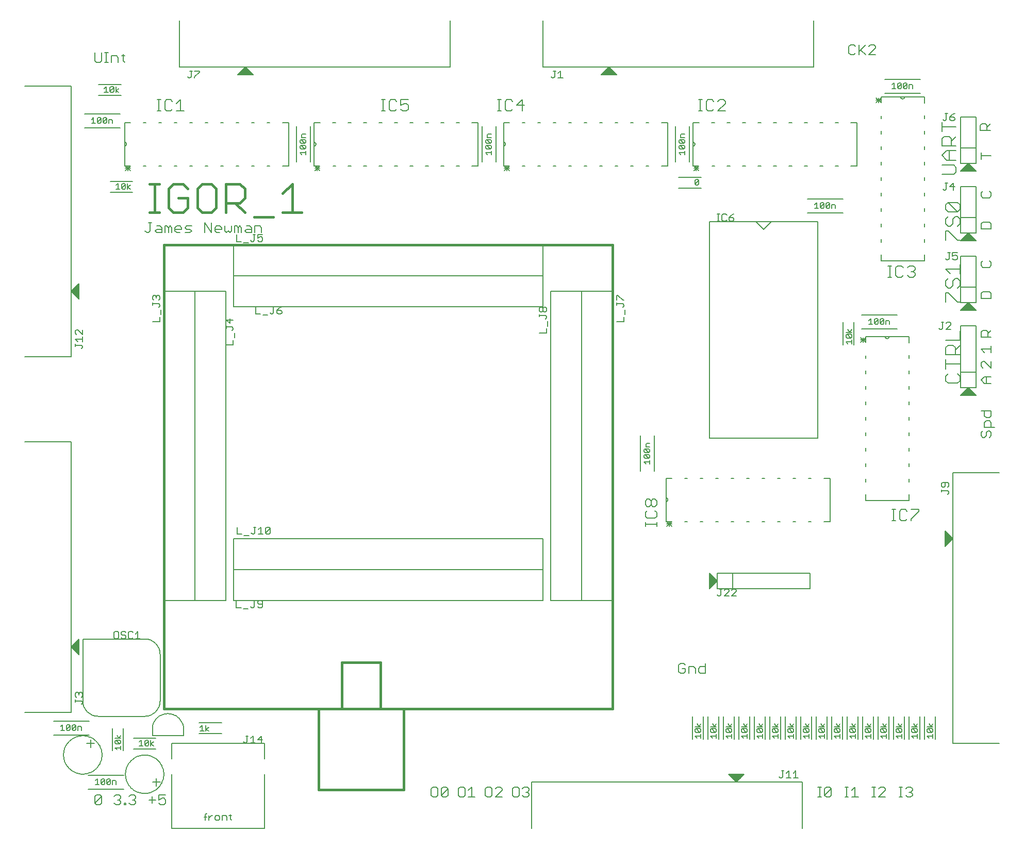
<source format=gto>
G04 Output by ViewMate Deluxe V11.0.9  PentaLogix LLC*
G04 Sun Jun 14 09:31:16 2015*
%FSLAX33Y33*%
%MOMM*%
%IPPOS*%
%ADD127C,0.4064*%
%ADD128C,0.1524*%
%ADD129C,0.2032*%
%ADD130C,0.127*%
%ADD131C,0.13*%
%ADD132C,0.13*%

%LPD*%
X0Y0D2*D127*G1X49019Y107836D2*X52139Y107836D1*X50579Y107836D2*X50579Y112514D1*X49019Y110955*X27191Y112514D2*X28750Y112514D1*X27970Y107836D2*X27970Y112514D1*X28750Y107836D2*X27191Y107836D1*X33426Y108615D2*X32649Y107836D1*X31090Y107836*X30310Y108615*X30310Y111735*X31090Y112514*X32649Y112514*X33426Y111735*X31869Y110175D2*X33426Y110175D1*X33426Y108615*X38105Y108615D2*X38105Y111735D1*X37325Y112514*X35766Y112514*X34986Y111735*X34986Y108615*X35766Y107836*X37325Y107836*X38105Y108615*X39665Y109395D2*X42004Y109395D1*X39665Y107836D2*X39665Y112514D1*X42004Y112514*X42784Y111735*X42784Y110175*X42004Y109395*X42784Y107836D2*X41224Y109395D1*X47460Y107056D2*X44341Y107056D1*X58738Y26352D2*X65088Y26352D1*X68898Y26352D2*X65088Y26352D1*X65088Y33972*X58738Y33972*X58738Y26352*X54928Y26352*X29528Y26352D2*X29528Y102552D1*X103188Y102552*X103188Y26352*X68898Y26352*X68898Y13018*X54928Y13018*X54928Y26352*X29528Y26352*D128*X34061Y105618D2*X33249Y105618D1*X45522Y104534D2*X45522Y105346D1*X164671Y121854D2*X165214Y122395D1*X23050Y119367D2*X23104Y119362D1*X23155Y119350*X23203Y119327*X23246Y119296*X23284Y119258*X23315Y119215*X23338Y119167*X23350Y119116*X23355Y119062*X23350Y119009*X23338Y118958*X23315Y118910*X23284Y118867*X23246Y118829*X23203Y118798*X23155Y118775*X23104Y118763*X23050Y118758*X20701Y112966D2*X24384Y112966D1*X24384Y111188D2*X20701Y111188D1*X26429Y104805D2*X26700Y104534D1*X26972Y104534*X27242Y104805*X26972Y106162D2*X27513Y106162D1*X27242Y104805D2*X27242Y106162D1*X28336Y105077D2*X28067Y104805D1*X28336Y104534*X29152Y104534*X28336Y105077D2*X29152Y105077D1*X28336Y105618D2*X28880Y105618D1*X29152Y105346*X29152Y104534*X29703Y104534D2*X29703Y105618D1*X29975Y105618*X30246Y105346*X30787Y105346D2*X30516Y105618D1*X30246Y105346*X30246Y104534*X30787Y105346D2*X30787Y104534D1*X32426Y105077D2*X31341Y105077D1*X32154Y104534D2*X31610Y104534D1*X31341Y104805*X31341Y105346*X31610Y105618*X32154Y105618*X32426Y105346*X32426Y105077*X32977Y104534D2*X33790Y104534D1*X34061Y104805*X33790Y105077*X33249Y105077*X32977Y105346*X33249Y105618*X37335Y104534D2*X36251Y106162D1*X36251Y104534*X37335Y104534D2*X37335Y106162D1*X37889Y105346D2*X38161Y105618D1*X38702Y105618*X38974Y105346*X38702Y104534D2*X38161Y104534D1*X37889Y104805*X37889Y105346*X37889Y105077D2*X38974Y105077D1*X38974Y105346*X39525Y105618D2*X39525Y104805D1*X39797Y104534*X40068Y104805*X40340Y104534*X40610Y104805*X40610Y105618*X41163Y104534D2*X41163Y105618D1*X41435Y105618*X41704Y105346*X42248Y105346D2*X41976Y105618D1*X41704Y105346*X41704Y104534*X42248Y105346D2*X42248Y104534D1*X43071Y105618D2*X43614Y105618D1*X43886Y105346*X43886Y104534*X43886Y105077D2*X43071Y105077D1*X42799Y104805*X43071Y104534*X43886Y104534*X44437Y104534D2*X44437Y105618D1*X45250Y105618*X45522Y105346*X77559Y122618D2*X78016Y122618D1*X75019Y122618D2*X75476Y122618D1*X72479Y122618D2*X72936Y122618D1*X69939Y122618D2*X70396Y122618D1*X67399Y122618D2*X67856Y122618D1*X64859Y122618D2*X65316Y122618D1*X62319Y122618D2*X62776Y122618D1*X59779Y122618D2*X60236Y122618D1*X57239Y122618D2*X57696Y122618D1*X54166Y118758D2*X54219Y118763D1*X54270Y118775*X54318Y118798*X54361Y118829*X54399Y118867*X54430Y118910*X54453Y118958*X54465Y119009*X54470Y119062*X54465Y119116*X54453Y119167*X54430Y119215*X54399Y119258*X54361Y119296*X54318Y119327*X54270Y119350*X54219Y119362*X54166Y119367*X46444Y122618D2*X46901Y122618D1*X43904Y122618D2*X44361Y122618D1*X41364Y122618D2*X41821Y122618D1*X38824Y122618D2*X39281Y122618D1*X36284Y122618D2*X36741Y122618D1*X33744Y122618D2*X34201Y122618D1*X31204Y122618D2*X31661Y122618D1*X28664Y122618D2*X29121Y122618D1*X26124Y122618D2*X26581Y122618D1*X23081Y132474D2*X22812Y132745D1*X22812Y133830*X22540Y133558D2*X23081Y133558D1*X18174Y134102D2*X18174Y132745D1*X18445Y132474*X18986Y132474*X19258Y132745*X19258Y134102*X19812Y134102D2*X20353Y134102D1*X20081Y132474D2*X20081Y134102D1*X20353Y132474D2*X19812Y132474D1*X20902Y132474D2*X20902Y133558D1*X21717Y133558*X21986Y133286*X21986Y132474*X18796Y128842D2*X22479Y128842D1*X22479Y127064D2*X18796Y127064D1*X16446Y124016D2*X22288Y124016D1*X22288Y121730D2*X16446Y121730D1*X24041Y122618D2*X23050Y122618D1*X23050Y119367*X23050Y118758*X23050Y115506*X23990Y115506*X26581Y115506D2*X26175Y115506D1*X29121Y115506D2*X28664Y115506D1*X31661Y115506D2*X31204Y115506D1*X34201Y115506D2*X33744Y115506D1*X36741Y115506D2*X36284Y115506D1*X39281Y115506D2*X38824Y115506D1*X41821Y115506D2*X41364Y115506D1*X44361Y115506D2*X43904Y115506D1*X46901Y115506D2*X46444Y115506D1*X48984Y115506D2*X49974Y115506D1*X49974Y122618*X48984Y122618*X51244Y116142D2*X51244Y121984D1*X53530Y121984D2*X53530Y116142D1*X55156Y122618D2*X54166Y122618D1*X54166Y119367*X54166Y118758*X54166Y115506*X55105Y115506*X57696Y115506D2*X57290Y115506D1*X60236Y115506D2*X59779Y115506D1*X62776Y115506D2*X62319Y115506D1*X65316Y115506D2*X64859Y115506D1*X67856Y115506D2*X67399Y115506D1*X70396Y115506D2*X69939Y115506D1*X72936Y115506D2*X72479Y115506D1*X75476Y115506D2*X75019Y115506D1*X78016Y115506D2*X77559Y115506D1*X80099Y115506D2*X81090Y115506D1*X81090Y122618*X80099Y122618*X81724Y116142D2*X81724Y121984D1*X84010Y121984D2*X84010Y116142D1*X85280Y119367D2*X85334Y119362D1*X85385Y119350*X85433Y119327*X85476Y119296*X85514Y119258*X85545Y119215*X85568Y119167*X85580Y119116*X85585Y119062*X85580Y119009*X85568Y118958*X85545Y118910*X85514Y118867*X85476Y118829*X85433Y118798*X85385Y118775*X85334Y118763*X85280Y118758*X141034Y107760D2*X135192Y107760D1*X135192Y110046D2*X141034Y110046D1*X114046Y111824D2*X117729Y111824D1*X117729Y113602D2*X114046Y113602D1*X144722Y133744D2*X143906Y134556D1*X146357Y133744D2*X145273Y133744D1*X146357Y134828*X146357Y135100*X146086Y135372*X145545Y135372*X145273Y135100*X143637Y134287D2*X144722Y135372D1*X143083Y134015D2*X142812Y133744D1*X142270Y133744*X141999Y134015*X141999Y135100*X142270Y135372*X142812Y135372*X143083Y135100*X143637Y133744D2*X143637Y135372D1*X142329Y122618D2*X143320Y122618D1*X139789Y122618D2*X140246Y122618D1*X137249Y122618D2*X137706Y122618D1*X134709Y122618D2*X135166Y122618D1*X132169Y122618D2*X132626Y122618D1*X129629Y122618D2*X130086Y122618D1*X127089Y122618D2*X127546Y122618D1*X124549Y122618D2*X125006Y122618D1*X122009Y122618D2*X122466Y122618D1*X119469Y122618D2*X119926Y122618D1*X116396Y118758D2*X116449Y118763D1*X116500Y118775*X116548Y118798*X116591Y118829*X116629Y118867*X116660Y118910*X116683Y118958*X116695Y119009*X116700Y119062*X116695Y119116*X116683Y119167*X116660Y119215*X116629Y119258*X116591Y119296*X116548Y119327*X116500Y119350*X116449Y119362*X116396Y119367*X108674Y122618D2*X109131Y122618D1*X106134Y122618D2*X106591Y122618D1*X103594Y122618D2*X104051Y122618D1*X101054Y122618D2*X101511Y122618D1*X98514Y122618D2*X98971Y122618D1*X95974Y122618D2*X96431Y122618D1*X93434Y122618D2*X93891Y122618D1*X90894Y122618D2*X91351Y122618D1*X88354Y122618D2*X88811Y122618D1*X86271Y122618D2*X85280Y122618D1*X85280Y119367*X85280Y118758*X85280Y115506*X86220Y115506*X88811Y115506D2*X88405Y115506D1*X91351Y115506D2*X90894Y115506D1*X93891Y115506D2*X93434Y115506D1*X96431Y115506D2*X95974Y115506D1*X98971Y115506D2*X98514Y115506D1*X101511Y115506D2*X101054Y115506D1*X104051Y115506D2*X103594Y115506D1*X106591Y115506D2*X106134Y115506D1*X109131Y115506D2*X108674Y115506D1*X111214Y115506D2*X112204Y115506D1*X112204Y122618*X111214Y122618*X113474Y116142D2*X113474Y121984D1*X115760Y121984D2*X115760Y116142D1*X117386Y122618D2*X116396Y122618D1*X116396Y119367*X116396Y118758*X116396Y115506*X117335Y115506*X119926Y115506D2*X119520Y115506D1*X122466Y115506D2*X122009Y115506D1*X125006Y115506D2*X124549Y115506D1*X127546Y115506D2*X127089Y115506D1*X130086Y115506D2*X129629Y115506D1*X132626Y115506D2*X132169Y115506D1*X135166Y115506D2*X134709Y115506D1*X137706Y115506D2*X137249Y115506D1*X140246Y115506D2*X139789Y115506D1*X142329Y115506D2*X143320Y115506D1*X143320Y122618*X154368Y120739D2*X154368Y121196D1*X154368Y118199D2*X154368Y118656D1*X154368Y115659D2*X154368Y116116D1*X154368Y113119D2*X154368Y113576D1*X154368Y110579D2*X154368Y111036D1*X154368Y108039D2*X154368Y108496D1*X154368Y105499D2*X154368Y105956D1*X154368Y102959D2*X154368Y103416D1*X154368Y100876D2*X154368Y99886D1*X147256Y99886*X147256Y100876*X147256Y103416D2*X147256Y102959D1*X147256Y105956D2*X147256Y105499D1*X147256Y108496D2*X147256Y108039D1*X147256Y111036D2*X147256Y110579D1*X147256Y113576D2*X147256Y113119D1*X147256Y116116D2*X147256Y115659D1*X147256Y118656D2*X147256Y118199D1*X147256Y121196D2*X147256Y120739D1*X147256Y123685D2*X147256Y123279D1*X151117Y126810D2*X151112Y126756D1*X151100Y126705*X151077Y126657*X151046Y126614*X151008Y126576*X150965Y126545*X150917Y126522*X150866Y126510*X150812Y126505*X150759Y126510*X150708Y126522*X150660Y126545*X150617Y126576*X150579Y126614*X150548Y126657*X150525Y126705*X150513Y126756*X150508Y126810*X153734Y129730D2*X147892Y129730D1*X147892Y127444D2*X153734Y127444D1*X147256Y125870D2*X147256Y126810D1*X150508Y126810*X151117Y126810*X154368Y126810*X154368Y125819*X154368Y123279D2*X154368Y123736D1*X164671Y121310D2*X164671Y122126D1*X164402Y122395*X163858Y122395*X163586Y122126*X163586Y121310*X165214Y121310*X163713Y117142D2*X165341Y117142D1*X163713Y116599D2*X163713Y117683D1*X165070Y110249D2*X165341Y110520D1*X165341Y111062*X165070Y111333*X163985Y111333D2*X163713Y111062D1*X163713Y110520*X163985Y110249*X165070Y110249*X165341Y105169D2*X165341Y105982D1*X165070Y106253*X163985Y106253*X163713Y105982*X163713Y105169*X165341Y105169*X165070Y98819D2*X165341Y99090D1*X165341Y99632*X165070Y99903*X163985Y99903D2*X163713Y99632D1*X163713Y99090*X163985Y98819*X165070Y98819*X165341Y93739D2*X165341Y94552D1*X165070Y94823*X163985Y94823*X163713Y94552*X163713Y93739*X165341Y93739*X165070Y70879D2*X165341Y71150D1*X165341Y71692*X165070Y71963*X164798Y71963*X163985Y71963D2*X163713Y71692D1*X163713Y71150*X163985Y70879*X164257Y70879*X164528Y71150*X164528Y71692*X164798Y71963*X164528Y73602D2*X164257Y73330D1*X164257Y72517*X165885Y72517*X165341Y72517D2*X165341Y73330D1*X165070Y73602*X164528Y73602*X163713Y75237D2*X165341Y75237D1*X165341Y74425*X165070Y74153*X164528Y74153*X164257Y74425*X164257Y75237*X164528Y79769D2*X164528Y80853D1*X165341Y79769D2*X164257Y79769D1*X163713Y80312*X164257Y80853*X165341Y80853*X165341Y83393D2*X165341Y82309D1*X164257Y83393*X163985Y83393*X163985Y82309D2*X163713Y82580D1*X163713Y83122*X163985Y83393*X165341Y87389D2*X163713Y87389D1*X164798Y87932D2*X165341Y88473D1*X164798Y87389D2*X164798Y88202D1*X164528Y88473*X163985Y88473*X163713Y88202*X163713Y87389*X164257Y84849D2*X163713Y85392D1*X165341Y85933D2*X165341Y84849D1*X163713Y85392D2*X165341Y85392D1*X151828Y83909D2*X151828Y84366D1*X151828Y81369D2*X151828Y81826D1*X151828Y78829D2*X151828Y79286D1*X151828Y76289D2*X151828Y76746D1*X151828Y73749D2*X151828Y74206D1*X151828Y71209D2*X151828Y71666D1*X151828Y68669D2*X151828Y69126D1*X151828Y66129D2*X151828Y66586D1*X151828Y63589D2*X151828Y64046D1*X151828Y61506D2*X151828Y60516D1*X144716Y60516*X144716Y61506*X144716Y64046D2*X144716Y63589D1*X144716Y66586D2*X144716Y66129D1*X144716Y69126D2*X144716Y68669D1*X144716Y71666D2*X144716Y71209D1*X144716Y74206D2*X144716Y73749D1*X144716Y76746D2*X144716Y76289D1*X144716Y79286D2*X144716Y78829D1*X144716Y81826D2*X144716Y81369D1*X144716Y84315D2*X144716Y83909D1*X147968Y87440D2*X147973Y87386D1*X147985Y87335*X148008Y87287*X148039Y87244*X148077Y87206*X148120Y87175*X148168Y87152*X148219Y87140*X148272Y87135*X148326Y87140*X148377Y87152*X148425Y87175*X148468Y87206*X148506Y87244*X148537Y87287*X148560Y87335*X148572Y87386*X148577Y87440*X144082Y90996D2*X149924Y90996D1*X149924Y88710D2*X144082Y88710D1*X151828Y86449D2*X151828Y87440D1*X148577Y87440*X147968Y87440*X144716Y87440*X144716Y86500*X142812Y89789D2*X142812Y86106D1*X141034Y86106D2*X141034Y89789D1*X107760Y71184D2*X107760Y65342D1*X110046Y65342D2*X110046Y71184D1*X111950Y60947D2*X112004Y60942D1*X112055Y60930*X112103Y60907*X112146Y60876*X112184Y60838*X112215Y60795*X112238Y60747*X112250Y60696*X112255Y60642*X112250Y60589*X112238Y60538*X112215Y60490*X112184Y60447*X112146Y60409*X112103Y60378*X112055Y60355*X112004Y60343*X111950Y60338*X118021Y57086D2*X117564Y57086D1*X120561Y57086D2*X120104Y57086D1*X123101Y57086D2*X122644Y57086D1*X125641Y57086D2*X125184Y57086D1*X128181Y57086D2*X127724Y57086D1*X130721Y57086D2*X130264Y57086D1*X133261Y57086D2*X132804Y57086D1*X135801Y57086D2*X135344Y57086D1*X137884Y57086D2*X138874Y57086D1*X138874Y64198*X137884Y64198*X135344Y64198D2*X135801Y64198D1*X132804Y64198D2*X133261Y64198D1*X130264Y64198D2*X130721Y64198D1*X127724Y64198D2*X128181Y64198D1*X125184Y64198D2*X125641Y64198D1*X122644Y64198D2*X123101Y64198D1*X120104Y64198D2*X120561Y64198D1*X117564Y64198D2*X118021Y64198D1*X115024Y64198D2*X115481Y64198D1*X112941Y64198D2*X111950Y64198D1*X111950Y60947*X111950Y60338*X111950Y57086*X112890Y57086*X115481Y57086D2*X115075Y57086D1*X116268Y21336D2*X116268Y25019D1*X136919Y13452D2*X137462Y13452D1*X137190Y11824D2*X137190Y13452D1*X137462Y11824D2*X136919Y11824D1*X138011Y12095D2*X138011Y13180D1*X138280Y13452*X138824Y13452*X139095Y13180*X139095Y12095D2*X138824Y11824D1*X138280Y11824*X138011Y12095*X139095Y13180*X139095Y12095*X141364Y11824D2*X141907Y11824D1*X141635Y13452D2*X141635Y11824D1*X141907Y13452D2*X141364Y13452D1*X142456Y12908D2*X142997Y13452D1*X142997Y11824*X143540Y11824D2*X142456Y11824D1*X147985Y11824D2*X146901Y11824D1*X147985Y12908*X145809Y11824D2*X146352Y11824D1*X146080Y13452D2*X146080Y11824D1*X146352Y13452D2*X145809Y13452D1*X146901Y13180D2*X147170Y13452D1*X147714Y13452*X147985Y13180*X147985Y12908*X152159Y12636D2*X151887Y12636D1*X152159Y13452D2*X151615Y13452D1*X151346Y13180*X150254Y13452D2*X150797Y13452D1*X150525Y11824D2*X150525Y13452D1*X150797Y11824D2*X150254Y11824D1*X151346Y12095D2*X151615Y11824D1*X152159Y11824*X152430Y12095*X152430Y12367*X152159Y12636*X152430Y12908*X152430Y13180*X152159Y13452*X156146Y25019D2*X156146Y21336D1*X154368Y21336D2*X154368Y25019D1*X153606Y25019D2*X153606Y21336D1*X151828Y21336D2*X151828Y25019D1*X151066Y25019D2*X151066Y21336D1*X149288Y21336D2*X149288Y25019D1*X148526Y25019D2*X148526Y21336D1*X146748Y21336D2*X146748Y25019D1*X145986Y25019D2*X145986Y21336D1*X144208Y21336D2*X144208Y25019D1*X143446Y25019D2*X143446Y21336D1*X141668Y21336D2*X141668Y25019D1*X140906Y25019D2*X140906Y21336D1*X139128Y21336D2*X139128Y25019D1*X138366Y25019D2*X138366Y21336D1*X136588Y21336D2*X136588Y25019D1*X135826Y25019D2*X135826Y21336D1*X134048Y21336D2*X134048Y25019D1*X133286Y25019D2*X133286Y21336D1*X131508Y21336D2*X131508Y25019D1*X130746Y25019D2*X130746Y21336D1*X128968Y21336D2*X128968Y25019D1*X128206Y25019D2*X128206Y21336D1*X126428Y21336D2*X126428Y25019D1*X125666Y25019D2*X125666Y21336D1*X123888Y21336D2*X123888Y25019D1*X123126Y25019D2*X123126Y21336D1*X121348Y21336D2*X121348Y25019D1*X120586Y25019D2*X120586Y21336D1*X118808Y21336D2*X118808Y25019D1*X118046Y25019D2*X118046Y21336D1*X117333Y32415D2*X117605Y32144D1*X118417Y32144*X118417Y33772*X118417Y33228D2*X117605Y33228D1*X117333Y32956*X117333Y32415*X116782Y32144D2*X116782Y32956D1*X116510Y33228*X115697Y33228*X115697Y32144*X114059Y32415D2*X114059Y33500D1*X114330Y33772*X114872Y33772*X115143Y33500*X114602Y32956D2*X115143Y32956D1*X115143Y32415*X114872Y32144*X114330Y32144*X114059Y32415*X88392Y13180D2*X88661Y13452D1*X89205Y13452*X89477Y13180*X89477Y12908*X89205Y12636*X88933Y12636D2*X89205Y12636D1*X89477Y12367*X89477Y12095*X89205Y11824*X88661Y11824*X88392Y12095*X86754Y12095D2*X87025Y11824D1*X87566Y11824*X87838Y12095*X87838Y13180*X87566Y13452*X87025Y13452*X86754Y13180*X86754Y12095*X83947Y11824D2*X85032Y11824D1*X83947Y13180D2*X84216Y13452D1*X84760Y13452*X85032Y13180*X85032Y12908*X83947Y11824*X82309Y12095D2*X82580Y11824D1*X83122Y11824*X83393Y12095*X83393Y13180*X83122Y13452*X82580Y13452*X82309Y13180*X82309Y12095*X79502Y11824D2*X80587Y11824D1*X80043Y11824D2*X80043Y13452D1*X79502Y12908*X77864Y13180D2*X78135Y13452D1*X78676Y13452*X78948Y13180*X78948Y12095*X78676Y11824*X78135Y11824*X77864Y12095*X77864Y13180*X76142Y13180D2*X75870Y13452D1*X75326Y13452*X75057Y13180*X75057Y12095D2*X75326Y11824D1*X75870Y11824*X76142Y12095*X76142Y13180*X75057Y12095*X75057Y13180*X73419Y13180D2*X73690Y13452D1*X74232Y13452*X74503Y13180*X74503Y12095*X74232Y11824*X73690Y11824*X73419Y12095*X73419Y13180*X38989Y22288D2*X35306Y22288D1*X35306Y24066D2*X38989Y24066D1*X11366Y24320D2*X17208Y24320D1*X17208Y22034D2*X11366Y22034D1*X28194Y21526D2*X24511Y21526D1*X24511Y19748D2*X28194Y19748D1*X22796Y23114D2*X22796Y19431D1*X21018Y19431D2*X21018Y23114D1*X22924Y15430D2*X17082Y15430D1*X27607Y11910D2*X27607Y10825D1*X29787Y12182D2*X28702Y12182D1*X28702Y11366*X28702Y10825D2*X28971Y10554D1*X29515Y10554*X29787Y10825*X29787Y11366*X29515Y11638*X29243Y11638*X28702Y11366*X27064Y11366D2*X28148Y11366D1*X23805Y11910D2*X24077Y12182D1*X24618Y12182*X24889Y11910*X24889Y11638*X24618Y11366*X24346Y11366D2*X24618Y11366D1*X24889Y11097*X24889Y10825*X24618Y10554*X24077Y10554*X23805Y10825*X22987Y10825D2*X22987Y10554D1*X23256Y10554*X23256Y10825*X22987Y10825*X21349Y11910D2*X21620Y12182D1*X22162Y12182*X22433Y11910*X22433Y11638*X22162Y11366*X21892Y11366D2*X22162Y11366D1*X22433Y11097*X22433Y10825*X22162Y10554*X21620Y10554*X21349Y10825*X18174Y11910D2*X18174Y10825D1*X19258Y11910D2*X19258Y10825D1*X18986Y10554*X18445Y10554*X18174Y10825*X19258Y11910*X18986Y12182*X18445Y12182*X18174Y11910*X22924Y13144D2*X17082Y13144D1*D129*X108885Y57602D2*X108570Y57917D1*X108570Y58544*X108885Y58857*X109512Y60462D2*X109197Y60775D1*X108885Y60775*X108570Y60462*X108570Y59835*X108885Y59520*X109197Y59520*X109512Y59835*X110139Y59520D2*X110452Y59835D1*X110452Y60462*X110139Y60775*X109825Y60775*X109512Y60462*X109512Y59835*X109825Y59520*X110139Y59520*X110139Y58857D2*X110452Y58544D1*X110452Y57917*X110139Y57602*X108885Y57602*X108570Y56324D2*X108570Y56952D1*X110452Y56637D2*X108570Y56637D1*X110452Y56952D2*X110452Y56324D1*X149034Y57188D2*X149662Y57188D1*X149347Y59070D2*X149347Y57188D1*X149662Y59070D2*X149034Y59070D1*X153485Y59070D2*X153485Y58755D1*X152230Y57501*X152230Y57188*X151567Y57501D2*X151254Y57188D1*X150627Y57188*X150312Y57501*X150312Y58755*X150627Y59070*X151254Y59070*X151567Y58755*X153485Y59070D2*X152230Y59070D1*X158288Y81354D2*X157897Y80962D1*X157897Y80183*X158288Y79794*X159847Y79794*X160236Y80183*X160236Y80962*X159847Y81354*X157897Y82913D2*X160236Y82913D1*X157897Y83693D2*X157897Y82133D1*X158288Y86030D2*X157897Y85641D1*X157897Y84473*X160236Y84473*X159456Y85253D2*X160236Y86030D1*X159456Y84473D2*X159456Y85641D1*X159068Y86030*X158288Y86030*X157897Y86810D2*X160236Y86810D1*X160236Y88369*X158432Y117983D2*X158432Y116423D1*X157262Y121100D2*X157262Y122659D1*X159601Y121879D2*X157262Y121879D1*X158821Y119543D2*X159601Y120320D1*X158821Y118763D2*X158821Y119931D1*X158432Y120320*X157653Y120320*X157262Y119931*X157262Y118763*X159601Y118763*X159601Y117983D2*X158041Y117983D1*X157262Y117203*X158041Y116423*X159601Y116423*X159212Y114084D2*X159601Y114473D1*X159601Y115252*X159212Y115644*X157262Y115644*X159212Y114084D2*X157262Y114084D1*X158288Y107935D2*X159847Y107935D1*X158288Y109494D2*X159847Y109494D1*X160236Y109106*X160236Y108326*X159847Y107935*X158288Y109494*X157897Y109106*X157897Y108326*X158288Y107935*X158288Y107155D2*X157897Y106766D1*X157897Y105987*X158288Y105595*X158676Y105595*X159068Y105987*X159068Y106766*X159456Y107155*X159847Y107155*X160236Y106766*X160236Y105987*X159847Y105595*X160236Y103259D2*X159847Y103259D1*X158288Y104816*X157897Y104816*X157897Y103259*X160236Y98555D2*X157897Y98555D1*X160236Y97775D2*X160236Y99334D1*X158288Y94656D2*X157897Y94656D1*X157897Y93099*X160236Y93099D2*X159847Y93099D1*X158288Y94656*X159847Y95435D2*X160236Y95827D1*X160236Y96606*X159847Y96995*X159456Y96995*X159068Y96606*X159068Y95827*X158676Y95435*X158288Y95435*X157897Y95827*X157897Y96606*X158288Y96995*X157897Y98555D2*X158676Y97775D1*X152222Y98133D2*X152537Y98133D1*X149677Y97506D2*X149992Y97193D1*X150619Y97193*X150932Y97506*X151595Y97506D2*X151910Y97193D1*X152537Y97193*X152850Y97506*X152850Y97820*X152537Y98133*X152850Y98448*X152850Y98760*X152537Y99075*X151910Y99075*X151595Y98760*X150932Y98760D2*X150619Y99075D1*X149992Y99075*X149677Y98760*X149677Y97506*X148400Y97193D2*X149027Y97193D1*X148712Y99075D2*X148712Y97193D1*X148400Y99075D2*X149027Y99075D1*X120480Y124498D2*X121735Y124498D1*X118562Y126065D2*X118877Y126380D1*X119504Y126380*X119817Y126065*X120480Y126065D2*X120795Y126380D1*X121422Y126380*X121735Y126065*X121735Y125753*X120480Y124498*X119817Y124811D2*X119504Y124498D1*X118877Y124498*X118562Y124811*X118562Y126065*X117284Y126380D2*X117912Y126380D1*X117597Y124498D2*X117597Y126380D1*X117284Y124498D2*X117912Y124498D1*X85542Y124811D2*X85857Y124498D1*X86484Y124498*X86797Y124811*X88715Y125438D2*X87460Y125438D1*X88402Y124498D2*X88402Y126380D1*X87460Y125438*X86797Y126065D2*X86484Y126380D1*X85857Y126380*X85542Y126065*X85542Y124811*X84264Y124498D2*X84892Y124498D1*X84577Y126380D2*X84577Y124498D1*X84264Y126380D2*X84892Y126380D1*X68410Y126380D2*X69665Y126380D1*X66492Y124811D2*X66807Y124498D1*X67434Y124498*X67747Y124811*X68410Y124811D2*X68725Y124498D1*X69352Y124498*X69665Y124811*X69665Y125438*X69352Y125753*X69037Y125753*X68410Y125438*X68410Y126380*X67747Y126065D2*X67434Y126380D1*X66807Y126380*X66492Y126065*X66492Y124811*X65214Y124498D2*X65842Y124498D1*X65527Y126380D2*X65527Y124498D1*X65214Y126380D2*X65842Y126380D1*X29662Y126065D2*X29977Y126380D1*X30604Y126380*X30917Y126065*X31580Y125753D2*X32207Y126380D1*X32207Y124498*X31580Y124498D2*X32835Y124498D1*X30917Y124811D2*X30604Y124498D1*X29977Y124498*X29662Y124811*X29662Y126065*X28384Y126380D2*X29012Y126380D1*X28697Y124498D2*X28697Y126380D1*X28384Y124498D2*X29012Y124498D1*D130*X15486Y37711D2*X15558Y37711D1*X15558Y37589D2*X15364Y37589D1*X15240Y37465D2*X15558Y37465D1*X15558Y37343D2*X15118Y37343D1*X14994Y37219D2*X15558Y37219D1*X15558Y37097D2*X14872Y37097D1*X14747Y36972D2*X15558Y36972D1*X15558Y36850D2*X14625Y36850D1*X14501Y36726D2*X15558Y36726D1*X15558Y36604D2*X14379Y36604D1*X14321Y36479D2*X15558Y36479D1*X15558Y36358D2*X14442Y36358D1*X14567Y36233D2*X15558Y36233D1*X15558Y36111D2*X14689Y36111D1*X14813Y35987D2*X15558Y35987D1*X15558Y35865D2*X14935Y35865D1*X15060Y35740D2*X15558Y35740D1*X15558Y35618D2*X15182Y35618D1*X15306Y35494D2*X15558Y35494D1*X15558Y35372D2*X15428Y35372D1*X15552Y35248D2*X15558Y35248D1*X15558Y35242D2*X14288Y36512D1*X15558Y37782*X15558Y35242*X32702Y21908D2*X32702Y23432D1*X32667Y23586*X32621Y23736*X32568Y23886*X32504Y24031*X32433Y24171*X32352Y24308*X32263Y24440*X32167Y24564*X32065Y24684*X31953Y24795*X31836Y24902*X31712Y25001*X31582Y25090*X31448Y25174*X31308Y25248*X31163Y25314*X31016Y25370*X30866Y25418*X30711Y25456*X30556Y25484*X30399Y25504*X30241Y25514*X30084Y25514*X29926Y25504*X29769Y25484*X29614Y25456*X29459Y25418*X29309Y25370*X29162Y25314*X29017Y25248*X28877Y25174*X28743Y25090*X28613Y25001*X28489Y24902*X28372Y24795*X28260Y24684*X28158Y24564*X28062Y24440*X27973Y24308*X27892Y24171*X27821Y24031*X27757Y23886*X27704Y23736*X27658Y23586*X27622Y23432*X27622Y21908*X32702Y21908*X30798Y18098D2*X30798Y20638D1*X46038Y20638*X46038Y18098*X46038Y15558D2*X46038Y6668D1*X30798Y6668*X30798Y15558*X28258Y14922D2*X28258Y13652D1*X27622Y14288D2*X28892Y14288D1*X23203Y15558D2*X23208Y15380D1*X23223Y15202*X23249Y15024*X23284Y14851*X23327Y14679*X23383Y14508*X23447Y14341*X23520Y14178*X23602Y14021*X23693Y13868*X23795Y13721*X23901Y13579*X24018Y13444*X24140Y13315*X24272Y13193*X24409Y13078*X24552Y12974*X24702Y12875*X24856Y12786*X25014Y12705*X25179Y12634*X25344Y12573*X25517Y12522*X25690Y12479*X25865Y12446*X26040Y12423*X26218Y12410*X26398Y12408*X26576Y12416*X26754Y12433*X26929Y12461*X27102Y12499*X27275Y12545*X27445Y12603*X27610Y12670*X27770Y12746*X27927Y12830*X28080Y12924*X28224Y13025*X28367Y13134*X28499Y13254*X28626Y13378*X28745Y13510*X28857Y13650*X28961Y13795*X29058Y13945*X29144Y14100*X29223Y14260*X29291Y14425*X29350Y14592*X29400Y14765*X29441Y14938*X29472Y15113*X29492Y15291*X29502Y15469*X29502Y15646*X29492Y15824*X29472Y16002*X29441Y16177*X29400Y16350*X29350Y16523*X29291Y16690*X29223Y16855*X29144Y17015*X29058Y17170*X28961Y17320*X28857Y17465*X28745Y17605*X28626Y17737*X28499Y17861*X28367Y17981*X28224Y18090*X28080Y18191*X27927Y18285*X27770Y18369*X27610Y18445*X27445Y18512*X27275Y18570*X27102Y18616*X26929Y18654*X26754Y18682*X26576Y18699*X26398Y18707*X26218Y18705*X26040Y18692*X25865Y18669*X25690Y18636*X25517Y18593*X25344Y18542*X25179Y18481*X25014Y18410*X24856Y18329*X24702Y18240*X24552Y18141*X24409Y18037*X24272Y17922*X24140Y17800*X24018Y17671*X23901Y17536*X23795Y17394*X23693Y17247*X23602Y17094*X23520Y16937*X23447Y16774*X23383Y16607*X23327Y16436*X23284Y16264*X23249Y16091*X23223Y15913*X23208Y15735*X23203Y15558*X13043Y18732D2*X13048Y18555D1*X13063Y18377*X13089Y18199*X13124Y18026*X13167Y17854*X13223Y17683*X13287Y17516*X13360Y17353*X13442Y17196*X13533Y17043*X13635Y16896*X13741Y16754*X13858Y16619*X13980Y16490*X14112Y16368*X14249Y16253*X14392Y16149*X14542Y16050*X14696Y15961*X14854Y15880*X15019Y15809*X15184Y15748*X15357Y15697*X15530Y15654*X15705Y15621*X15880Y15598*X16058Y15585*X16238Y15583*X16416Y15591*X16594Y15608*X16769Y15636*X16942Y15674*X17115Y15720*X17285Y15778*X17450Y15845*X17610Y15921*X17767Y16005*X17920Y16099*X18064Y16200*X18207Y16309*X18339Y16429*X18466Y16553*X18585Y16685*X18697Y16825*X18801Y16970*X18898Y17120*X18984Y17275*X19063Y17435*X19131Y17600*X19190Y17767*X19240Y17940*X19281Y18113*X19312Y18288*X19332Y18466*X19342Y18644*X19342Y18821*X19332Y18999*X19312Y19177*X19281Y19352*X19240Y19525*X19190Y19698*X19131Y19865*X19063Y20030*X18984Y20190*X18898Y20345*X18801Y20495*X18697Y20640*X18585Y20780*X18466Y20912*X18339Y21036*X18207Y21156*X18064Y21265*X17920Y21366*X17767Y21460*X17610Y21544*X17450Y21620*X17285Y21687*X17115Y21745*X16942Y21791*X16769Y21829*X16594Y21857*X16416Y21874*X16238Y21882*X16058Y21880*X15880Y21867*X15705Y21844*X15530Y21811*X15357Y21768*X15184Y21717*X15019Y21656*X14854Y21585*X14696Y21504*X14542Y21415*X14392Y21316*X14249Y21212*X14112Y21097*X13980Y20975*X13858Y20846*X13741Y20711*X13635Y20569*X13533Y20422*X13442Y20269*X13360Y20112*X13287Y19949*X13223Y19782*X13167Y19611*X13124Y19439*X13089Y19266*X13063Y19088*X13048Y18910*X13043Y18732*X16828Y20638D2*X18098Y20638D1*X17462Y21272D2*X17462Y20002D1*X16192Y27622D2*X16198Y27470D1*X16210Y27315*X16233Y27165*X16266Y27015*X16307Y26866*X16358Y26721*X16416Y26581*X16485Y26441*X16558Y26309*X16642Y26180*X16734Y26055*X16830Y25938*X16937Y25827*X17048Y25720*X17165Y25624*X17290Y25532*X17419Y25448*X17551Y25375*X17691Y25306*X17831Y25248*X17976Y25197*X18125Y25156*X18275Y25123*X18425Y25100*X18580Y25088*X18732Y25082*X26352Y25082*X26505Y25088*X26660Y25100*X26810Y25123*X26960Y25156*X27109Y25197*X27254Y25248*X27394Y25306*X27534Y25375*X27666Y25448*X27795Y25532*X27920Y25624*X28037Y25720*X28148Y25827*X28255Y25938*X28351Y26055*X28443Y26180*X28527Y26309*X28600Y26441*X28669Y26581*X28727Y26721*X28778Y26866*X28819Y27015*X28852Y27165*X28875Y27315*X28887Y27470*X28892Y27622*X28892Y35242*X28887Y35395*X28875Y35550*X28852Y35700*X28819Y35850*X28778Y35999*X28727Y36144*X28669Y36284*X28600Y36424*X28527Y36556*X28443Y36685*X28351Y36810*X28255Y36927*X28148Y37038*X28037Y37145*X27920Y37241*X27795Y37333*X27666Y37417*X27534Y37490*X27394Y37559*X27254Y37617*X27109Y37668*X26960Y37709*X26810Y37742*X26660Y37765*X26505Y37777*X26352Y37782*X16192Y37782*X16192Y27622*X6668Y25718D2*X14288Y25718D1*X14288Y70168*X6668Y70168*X29528Y94932D2*X29528Y44132D1*X34608Y44132*X34608Y94932*X34608Y44132*X39688Y44132*X39688Y94932*X34608Y94932*X29528Y94932*X15558Y96103D2*X15458Y96103D1*X15337Y95982D2*X15558Y95982D1*X15558Y95857D2*X15212Y95857D1*X15090Y95735D2*X15558Y95735D1*X15558Y95611D2*X14966Y95611D1*X14844Y95489D2*X15558Y95489D1*X15558Y95364D2*X14719Y95364D1*X14597Y95242D2*X15558Y95242D1*X15558Y95118D2*X14473Y95118D1*X14351Y94996D2*X15558Y94996D1*X15558Y94872D2*X14348Y94872D1*X14470Y94750D2*X15558Y94750D1*X15558Y94625D2*X14595Y94625D1*X14717Y94503D2*X15558Y94503D1*X15558Y94379D2*X14841Y94379D1*X14963Y94257D2*X15558Y94257D1*X15558Y94132D2*X15088Y94132D1*X15210Y94010D2*X15558Y94010D1*X15558Y93886D2*X15334Y93886D1*X15558Y93764D2*X15456Y93764D1*X15558Y93662D2*X14288Y94932D1*X15558Y96202*X15558Y93662*X6668Y84138D2*X14288Y84138D1*X14288Y128588*X6668Y128588*X42918Y131707D2*X42807Y131707D1*X42682Y131582D2*X43043Y131582D1*X43165Y131460D2*X42560Y131460D1*X42436Y131336D2*X43289Y131336D1*X43411Y131214D2*X42314Y131214D1*X42189Y131089D2*X43536Y131089D1*X43658Y130967D2*X42067Y130967D1*X41943Y130843D2*X43782Y130843D1*X43904Y130721D2*X41821Y130721D1*X41697Y130597D2*X44028Y130597D1*X41592Y130492D2*X42862Y131762D1*X44132Y130492*X41592Y130492*X32068Y139382D2*X32068Y131762D1*X76518Y131762*X76518Y139382*X157798Y55451D2*X157909Y55451D1*X158031Y55329D2*X157798Y55329D1*X157798Y55204D2*X158156Y55204D1*X158278Y55082D2*X157798Y55082D1*X157798Y54958D2*X158402Y54958D1*X158524Y54836D2*X157798Y54836D1*X157798Y54712D2*X158648Y54712D1*X158770Y54590D2*X157798Y54590D1*X157798Y54465D2*X158895Y54465D1*X159017Y54343D2*X157798Y54343D1*X157798Y54219D2*X158994Y54219D1*X158872Y54097D2*X157798Y54097D1*X157798Y53972D2*X158747Y53972D1*X158626Y53851D2*X157798Y53851D1*X157798Y53726D2*X158501Y53726D1*X158379Y53604D2*X157798Y53604D1*X157798Y53480D2*X158255Y53480D1*X158133Y53358D2*X157798Y53358D1*X157798Y53233D2*X158008Y53233D1*X157798Y53111D2*X157886Y53111D1*X157798Y53022D2*X157798Y55562D1*X159068Y54292*X157798Y53022*X123490Y14305D2*X123525Y14305D1*X123650Y14430D2*X123365Y14430D1*X123243Y14552D2*X123772Y14552D1*X123896Y14676D2*X123119Y14676D1*X122997Y14798D2*X124018Y14798D1*X124142Y14922D2*X122872Y14922D1*X122751Y15044D2*X124264Y15044D1*X124389Y15169D2*X122626Y15169D1*X122504Y15291D2*X124511Y15291D1*X124635Y15415D2*X122380Y15415D1*X122258Y15537D2*X124757Y15537D1*X122238Y15558D2*X124778Y15558D1*X123508Y14288*X122238Y15558*X89852Y6668D2*X89852Y14288D1*X134302Y14288*X134302Y6668*X166688Y20638D2*X159068Y20638D1*X159068Y65088*X166688Y65088*X162794Y77871D2*X160421Y77871D1*X160546Y77996D2*X162669Y77996D1*X162547Y78118D2*X160668Y78118D1*X160792Y78242D2*X162423Y78242D1*X162301Y78364D2*X160914Y78364D1*X161039Y78489D2*X162176Y78489D1*X162055Y78610D2*X161160Y78610D1*X161285Y78735D2*X161930Y78735D1*X161808Y78857D2*X161407Y78857D1*X161531Y78981D2*X161684Y78981D1*X161608Y79058D2*X160338Y77788D1*X162878Y77788*X161608Y79058*X162878Y81598D2*X162878Y89218D1*X160338Y81598D2*X160338Y79058D1*X162878Y79058*X162878Y81598*X160338Y81598*X160338Y89218*X162878Y89218*X160373Y91793D2*X162842Y91793D1*X162720Y91915D2*X160495Y91915D1*X160619Y92039D2*X162596Y92039D1*X162474Y92161D2*X160741Y92161D1*X160866Y92286D2*X162349Y92286D1*X162227Y92408D2*X160988Y92408D1*X161112Y92532D2*X162103Y92532D1*X161981Y92654D2*X161234Y92654D1*X161359Y92779D2*X161856Y92779D1*X161734Y92900D2*X161480Y92900D1*X161605Y93025D2*X161610Y93025D1*X161608Y93028D2*X160338Y91758D1*X162878Y91758*X161608Y93028*X162878Y95568D2*X162878Y93028D1*X160338Y93028*X160338Y95568*X160338Y100648D2*X160338Y95568D1*X162878Y95568*X162878Y100648*X160338Y100648*X162817Y103248D2*X160398Y103248D1*X160523Y103373D2*X162692Y103373D1*X162570Y103495D2*X160645Y103495D1*X160769Y103619D2*X162446Y103619D1*X162324Y103741D2*X160891Y103741D1*X161016Y103866D2*X162199Y103866D1*X162077Y103988D2*X161138Y103988D1*X161262Y104112D2*X161953Y104112D1*X161831Y104234D2*X161384Y104234D1*X161508Y104358D2*X161707Y104358D1*X161608Y104458D2*X160338Y103188D1*X162878Y103188*X161608Y104458*X162878Y106998D2*X162878Y104458D1*X160338Y104458*X160338Y106998*X160338Y112078D2*X160338Y106998D1*X162878Y106998*X162878Y112078*X160338Y112078*X162789Y114706D2*X160426Y114706D1*X160548Y114828D2*X162667Y114828D1*X162542Y114953D2*X160673Y114953D1*X160795Y115075D2*X162420Y115075D1*X162296Y115199D2*X160919Y115199D1*X161041Y115321D2*X162174Y115321D1*X162049Y115446D2*X161166Y115446D1*X161287Y115567D2*X161928Y115567D1*X161803Y115692D2*X161412Y115692D1*X161534Y115814D2*X161681Y115814D1*X161608Y115888D2*X160338Y114618D1*X162878Y114618*X161608Y115888*X160338Y123508D2*X162878Y123508D1*X162878Y118428*X160338Y118428D2*X160338Y115888D1*X162878Y115888*X162878Y118428*X160338Y118428*X160338Y123508*X136208Y139382D2*X136208Y131762D1*X91758Y131762*X91758Y139382*X102497Y131707D2*X102608Y131707D1*X102733Y131582D2*X102372Y131582D1*X102250Y131460D2*X102855Y131460D1*X102979Y131336D2*X102126Y131336D1*X102004Y131214D2*X103101Y131214D1*X103226Y131089D2*X101879Y131089D1*X101757Y130967D2*X103348Y130967D1*X103472Y130843D2*X101633Y130843D1*X101511Y130721D2*X103594Y130721D1*X103718Y130597D2*X101387Y130597D1*X103822Y130492D2*X102552Y131762D1*X101282Y130492*X103822Y130492*X126682Y106362D2*X129222Y106362D1*X91758Y97472D2*X40958Y97472D1*X40958Y102552*X91758Y102552*X91758Y97472*X91758Y92392D2*X40958Y92392D1*X40958Y97472*X91758Y97472*X91758Y92392*X119062Y70802D2*X136842Y70802D1*X136842Y106362*X129222Y106362*X127952Y105092*X126682Y106362*X119062Y106362*X119062Y70802*X91758Y44132D2*X40958Y44132D1*X40958Y49212*X91758Y49212*X40958Y49212*X40958Y54292*X91758Y54292*X91758Y49212*X91758Y44132*X103188Y44132D2*X103188Y94932D1*X98108Y94932*X98108Y44132*X98108Y94932*X93028Y94932*X93028Y44132*X98108Y44132*X103188Y44132*X122872Y48578D2*X120332Y48578D1*X120332Y46038*X122872Y46038D2*X135572Y46038D1*X135572Y48578*X122872Y48578*X122872Y46038*X120332Y46038*X119113Y46088D2*X119062Y46088D1*X119062Y46213D2*X119238Y46213D1*X119360Y46335D2*X119062Y46335D1*X119062Y46459D2*X119484Y46459D1*X119606Y46581D2*X119062Y46581D1*X119062Y46706D2*X119731Y46706D1*X119852Y46827D2*X119062Y46827D1*X119062Y46952D2*X119977Y46952D1*X120099Y47074D2*X119062Y47074D1*X119062Y47198D2*X120223Y47198D1*X120320Y47320D2*X119062Y47320D1*X119062Y47445D2*X120195Y47445D1*X120073Y47567D2*X119062Y47567D1*X119062Y47691D2*X119949Y47691D1*X119827Y47813D2*X119062Y47813D1*X119062Y47937D2*X119703Y47937D1*X119581Y48059D2*X119062Y48059D1*X119062Y48184D2*X119456Y48184D1*X119334Y48306D2*X119062Y48306D1*X119062Y48430D2*X119210Y48430D1*X119062Y48552D2*X119088Y48552D1*X119062Y48578D2*X119062Y46038D1*X120332Y47308*X119062Y48578*D131*X44932Y103646D2*X44932Y104231D1*X45712Y104231*X44541Y104231D2*X44152Y104231D1*X43372Y102867D2*X42593Y102867D1*X41422Y104231D2*X41422Y103062D1*X42201Y103062*X43761Y103258D2*X43957Y103062D1*X44152Y103062*X44345Y103258*X45516Y103062D2*X45712Y103258D1*X45712Y103646*X45516Y103842*X45321Y103842*X44932Y103646*X44932Y103258D2*X45125Y103062D1*X45516Y103062*X44345Y104231D2*X44345Y103258D1*X130543Y15169D2*X130739Y14973D1*X130932Y14973*X131128Y15169*X131712Y15753D2*X132103Y16142D1*X130932Y16142D2*X131323Y16142D1*X131128Y15169D2*X131128Y16142D1*X132491Y14973D2*X131712Y14973D1*X132103Y16142D2*X132103Y14973D1*X132883Y15753D2*X133271Y16142D1*X132883Y14973D2*X133662Y14973D1*X133271Y16142D2*X133271Y14973D1*X159365Y124092D2*X158974Y123899D1*X158585Y123508*X158585Y123119*X158778Y122923*X159169Y122923*X159365Y123119*X159365Y123312*X159169Y123508*X158585Y123508*X157805Y124092D2*X158194Y124092D1*X157998Y124092D2*X157998Y123119D1*X157805Y122923*X157610Y122923*X157414Y123119*X150020Y128956D2*X150020Y128346D1*X151892Y128194D2*X151892Y128803D1*X152502Y128194D2*X152502Y128651D1*X152349Y128803*X151892Y128803*X151567Y128956D2*X151414Y129108D1*X151110Y129108*X150957Y128956*X150957Y128346D2*X151110Y128194D1*X151414Y128194*X151567Y128346*X151567Y128956*X150957Y128346*X150957Y128956*X150632Y128956D2*X150632Y128346D1*X150477Y128194*X150172Y128194*X150020Y128346*X150632Y128956*X150477Y129108*X150172Y129108*X150020Y128956*X149085Y128803D2*X149390Y129108D1*X149390Y128194*X149085Y128194D2*X149695Y128194D1*X105042Y93411D2*X104846Y93411D1*X104066Y94191*X103873Y94191*X103873Y93411*X103873Y89903D2*X105042Y89903D1*X105042Y90683*X105237Y91851D2*X105237Y91072D1*X104846Y92243D2*X105042Y92438D1*X105042Y92631*X104846Y92827*X103873Y92827*X103873Y92631D2*X103873Y93022D1*X91366Y91506D2*X91173Y91702D1*X91173Y92090*X91366Y92286*X91562Y92286*X91758Y92090*X91758Y91702D2*X91953Y91506D1*X92146Y91506*X92342Y91702*X92342Y92090*X92146Y92286*X91953Y92286*X91758Y92090*X91758Y91702*X91562Y91506*X91366Y91506*X91173Y90726D2*X91173Y91117D1*X91173Y90922D2*X92146Y90922D1*X92342Y90726*X92342Y90533*X92146Y90338*X92537Y89167D2*X92537Y89946D1*X92342Y88778D2*X92342Y87998D1*X91173Y87998*X109144Y67470D2*X108534Y67470D1*X108534Y68407D2*X109144Y68407D1*X109296Y69342D2*X108687Y69342D1*X109296Y69952D2*X108839Y69952D1*X108687Y69799*X108687Y69342*X108534Y69017D2*X109144Y69017D1*X109296Y68864*X109296Y68560*X109144Y68407*X108534Y69017*X108382Y68864*X108382Y68560*X108534Y68407*X108534Y68082D2*X109144Y68082D1*X109296Y67927*X109296Y67622*X109144Y67470*X108534Y68082*X108382Y67927*X108382Y67622*X108534Y67470*X108687Y66535D2*X108382Y66840D1*X109296Y66840*X109296Y66535D2*X109296Y67145D1*X123502Y44818D2*X122723Y44818D1*X123502Y45794D2*X123502Y45598D1*X122723Y44818*X122331Y44818D2*X121552Y44818D1*X122331Y45794D2*X122331Y45598D1*X121552Y44818*X120383Y45014D2*X120579Y44818D1*X120772Y44818*X120968Y45014*X120968Y45987*X121163Y45987D2*X120772Y45987D1*X121552Y45794D2*X121747Y45987D1*X122138Y45987*X122331Y45794*X122723Y45794D2*X122918Y45987D1*X123307Y45987*X123502Y45794*X158186Y61529D2*X158382Y61725D1*X158382Y61920*X158186Y62113*X157213Y61920D2*X157213Y62309D1*X158186Y62113D2*X157213Y62113D1*X158186Y62700D2*X158382Y62893D1*X158382Y63284*X158186Y63480*X157406Y63480*X157798Y63480D2*X157798Y62893D1*X157602Y62700*X157406Y62700*X157213Y62893*X157213Y63284*X157406Y63480*X145275Y90068D2*X145580Y90373D1*X145580Y89459*X145885Y89459D2*X145275Y89459D1*X146210Y89611D2*X146210Y90221D1*X146362Y90373*X146667Y90373*X146822Y90221*X146822Y89611D2*X146822Y90221D1*X146210Y89611*X146362Y89459*X146667Y89459*X146822Y89611*X147147Y89611D2*X147147Y90221D1*X147300Y90373*X147604Y90373*X147757Y90221*X147757Y89611D2*X147757Y90221D1*X147147Y89611*X147300Y89459*X147604Y89459*X147757Y89611*X148082Y89459D2*X148082Y90068D1*X148539Y90068*X148692Y89916*X148692Y89459*X158730Y88633D2*X157950Y88633D1*X158534Y89802D2*X158730Y89609D1*X158730Y89413*X157950Y88633*X156779Y88829D2*X156975Y88633D1*X157170Y88633*X157363Y88829*X157363Y89802*X157559Y89802D2*X157170Y89802D1*X157950Y89609D2*X158143Y89802D1*X158534Y89802*X159796Y101232D2*X159017Y101232D1*X159017Y100648*X159408Y100843*X159603Y100843*X159796Y100648*X159796Y100259*X159603Y100063*X159212Y100063*X159017Y100259*X157848Y100259D2*X158044Y100063D1*X158237Y100063*X158432Y100259*X158432Y101232*X158628Y101232D2*X158237Y101232D1*X159365Y112078D2*X158585Y112078D1*X159169Y111493D2*X159169Y112662D1*X158585Y112078*X157805Y112662D2*X158194Y112662D1*X157998Y112662D2*X157998Y111689D1*X157805Y111493*X157610Y111493*X157414Y111689*X137320Y108661D2*X137320Y109271D1*X138257Y109271D2*X138257Y108661D1*X139192Y108509D2*X139192Y109118D1*X139802Y108509D2*X139802Y108966D1*X139649Y109118*X139192Y109118*X138867Y109271D2*X138867Y108661D1*X138714Y108509*X138410Y108509*X138257Y108661*X138867Y109271*X138714Y109423*X138410Y109423*X138257Y109271*X137932Y109271D2*X137932Y108661D1*X137777Y108509*X137472Y108509*X137320Y108661*X137932Y109271*X137777Y109423*X137472Y109423*X137320Y109271*X136385Y109118D2*X136690Y109423D1*X136690Y108509*X136385Y108509D2*X136995Y108509D1*X121163Y106609D2*X121163Y107389D1*X121359Y107582*X121747Y107582*X121943Y107389*X123111Y107582D2*X122723Y107389D1*X122331Y106998*X122331Y106609D2*X122331Y106998D1*X122918Y106998*X123111Y106802*X123111Y106609*X122918Y106413*X122527Y106413*X122331Y106609*X121943Y106609D2*X121747Y106413D1*X121359Y106413*X121163Y106609*X120772Y106413D2*X120383Y106413D1*X120579Y107582D2*X120579Y106413D1*X120383Y107582D2*X120772Y107582D1*X114402Y117335D2*X114097Y117640D1*X115011Y117640*X115011Y117945D2*X115011Y117335D1*X114859Y118270D2*X114249Y118270D1*X114097Y118422*X114097Y118727*X114249Y118882*X114859Y118882D2*X114249Y118882D1*X114859Y118270*X115011Y118422*X115011Y118727*X114859Y118882*X114859Y119207D2*X114249Y119207D1*X114097Y119360*X114097Y119664*X114249Y119817*X114859Y119817*X115011Y119664*X115011Y119360*X114859Y119207*X114249Y119817*X114402Y120599D2*X114402Y120142D1*X115011Y120142*X115011Y120752D2*X114554Y120752D1*X114402Y120599*X95026Y129908D2*X94247Y129908D1*X94638Y129908D2*X94638Y131077D1*X94247Y130688*X93467Y131077D2*X93858Y131077D1*X93662Y131077D2*X93662Y130104D1*X93467Y129908*X93274Y129908*X93078Y130104*X83261Y120142D2*X82652Y120142D1*X83261Y120752D2*X82804Y120752D1*X82652Y120599*X82652Y120142*X82652Y117335D2*X82347Y117640D1*X83261Y117640*X83261Y117945D2*X83261Y117335D1*X83109Y118270D2*X82499Y118270D1*X82347Y118422*X82347Y118727*X82499Y118882*X83109Y118882D2*X82499Y118882D1*X83109Y118270*X83261Y118422*X83261Y118727*X83109Y118882*X83109Y119207D2*X82499Y119207D1*X82347Y119360*X82347Y119664*X82499Y119817D2*X83109Y119817D1*X83261Y119664*X83261Y119360*X83109Y119207*X82499Y119817*X82347Y119664*X17640Y123088D2*X17945Y123393D1*X17945Y122479*X18250Y122479D2*X17640Y122479D1*X18575Y122631D2*X18575Y123241D1*X18727Y123393*X19032Y123393*X19187Y123241*X19187Y122631D2*X19187Y123241D1*X18575Y122631*X18727Y122479*X19032Y122479*X19187Y122631*X19512Y122631D2*X19512Y123241D1*X19665Y123393*X19969Y123393*X20122Y123241*X20122Y122631D2*X20122Y123241D1*X19512Y122631*X19665Y122479*X19969Y122479*X20122Y122631*X20447Y122479D2*X20447Y123088D1*X20904Y123088*X21057Y122936*X21057Y122479*X35336Y130884D2*X35336Y131077D1*X34557Y131077*X33777Y131077D2*X34168Y131077D1*X33972Y130104D2*X33972Y131077D1*X33388Y130104D2*X33584Y129908D1*X33777Y129908*X33972Y130104*X34557Y129908D2*X34557Y130104D1*X35336Y130884*X51867Y117640D2*X52172Y117335D1*X52019Y119207D2*X52629Y119207D1*X52781Y120142D2*X52172Y120142D1*X52781Y120752D2*X52324Y120752D1*X52172Y120599*X52172Y120142*X52019Y119817D2*X52629Y119817D1*X52781Y119664*X52781Y119360*X52629Y119207*X52019Y119817*X51867Y119664*X51867Y119360*X52019Y119207*X52019Y118882D2*X51867Y118727D1*X51867Y118422*X52019Y118270*X52629Y118270*X52781Y118422*X52781Y118727*X52629Y118882*X52019Y118882*X52629Y118270*X52781Y117335D2*X52781Y117945D1*X51867Y117640D2*X52781Y117640D1*X15946Y85458D2*X16142Y85654D1*X16142Y85847*X15946Y86042*X15362Y86627D2*X14973Y87018D1*X14973Y85847D2*X14973Y86238D1*X15946Y86042D2*X14973Y86042D1*X16142Y87406D2*X16142Y86627D1*X14973Y87018D2*X16142Y87018D1*X15166Y87798D2*X14973Y87993D1*X14973Y88382*X15166Y88577*X15362Y88577*X16142Y87798*X16142Y88577*X27673Y89903D2*X28842Y89903D1*X28842Y90683*X29037Y91851D2*X29037Y91072D1*X28646Y92243D2*X28842Y92438D1*X28842Y92631*X28646Y92827*X27673Y92827*X27673Y93022D2*X27673Y92631D1*X27866Y93411D2*X27673Y93607D1*X27673Y93995*X27866Y94191*X28062Y94191*X28258Y93995*X28842Y93995D2*X28646Y94191D1*X28453Y94191*X28258Y93995*X28258Y93802*X28646Y93411D2*X28842Y93607D1*X28842Y93995*X48679Y91758D2*X48875Y91562D1*X48875Y91369*X48679Y91173*X48288Y91173*X48095Y91369*X48095Y91758*X48679Y91758*X48875Y92342D2*X48484Y92149D1*X48095Y91758*X47315Y92342D2*X47704Y92342D1*X47508Y92342D2*X47508Y91369D1*X47315Y91173*X47120Y91173*X46924Y91369*X45756Y90978D2*X46535Y90978D1*X45364Y91173D2*X44585Y91173D1*X44585Y92342*X40322Y90381D2*X40322Y89601D1*X40907Y90185D2*X39738Y90185D1*X40322Y89601*X39738Y88821D2*X39738Y89212D1*X39738Y89017D2*X40711Y89017D1*X40907Y88821*X40907Y88628*X40711Y88433*X41102Y87262D2*X41102Y88041D1*X40907Y86873D2*X40907Y86093D1*X39738Y86093*X46970Y55954D2*X46774Y56147D1*X46383Y56147*X46190Y55954*X46190Y55174D2*X46383Y54978D1*X46774Y54978*X46970Y55174*X46970Y55954*X46190Y55174*X46190Y55954*X41511Y56147D2*X41511Y54978D1*X42291Y54978*X43459Y54783D2*X42680Y54783D1*X43851Y55174D2*X44046Y54978D1*X44239Y54978*X44435Y55174*X44435Y56147*X44630Y56147D2*X44239Y56147D1*X45019Y55758D2*X45410Y56147D1*X45410Y54978*X45799Y54978D2*X45019Y54978D1*X45700Y43109D2*X45504Y42913D1*X45113Y42913*X44920Y43109*X44920Y43889D2*X45113Y44082D1*X45504Y44082*X45700Y43889*X45700Y43109*X45700Y43498D2*X45113Y43498D1*X44920Y43693*X44920Y43889*X44140Y44082D2*X44529Y44082D1*X44333Y44082D2*X44333Y43109D1*X44140Y42913*X43945Y42913*X43749Y43109*X41410Y44082D2*X41410Y42913D1*X42189Y42913*X43360Y42718D2*X42581Y42718D1*X44920Y21272D2*X45504Y21857D1*X45504Y20688*X44920Y21272D2*X45700Y21272D1*X42776Y20688D2*X42581Y20884D1*X44529Y20688D2*X43749Y20688D1*X44140Y20688D2*X44140Y21857D1*X43749Y21468*X42969Y21857D2*X43360Y21857D1*X43165Y21857D2*X43165Y20884D1*X42969Y20688*X42776Y20688*X40620Y7988D2*X40424Y8184D1*X40424Y8964*X40229Y8768D2*X40620Y8768D1*X39060Y8768D2*X39644Y8768D1*X39840Y8572*X39840Y7988*X39060Y8768D2*X39060Y7988D1*X36525Y9157D2*X36330Y8964D1*X36330Y7988*X36916Y8768D2*X36916Y7988D1*X37889Y8572D2*X37889Y8184D1*X38085Y7988*X38473Y7988*X38669Y8184*X38669Y8572*X38473Y8768*X38085Y8768*X37889Y8572*X37501Y8768D2*X37305Y8768D1*X36916Y8377*X36137Y8572D2*X36525Y8572D1*X18580Y14808D2*X18275Y14503D1*X20147Y14656D2*X20147Y14046D1*X21082Y13894D2*X21082Y14503D1*X21692Y13894D2*X21692Y14351D1*X21539Y14503*X21082Y14503*X20757Y14656D2*X20757Y14046D1*X20604Y13894*X20300Y13894*X20147Y14046*X20757Y14656*X20604Y14808*X20300Y14808*X20147Y14656*X19822Y14656D2*X19667Y14808D1*X19362Y14808*X19210Y14656*X19210Y14046*X19362Y13894*X19667Y13894*X19822Y14046*X19822Y14656*X19210Y14046*X18275Y13894D2*X18885Y13894D1*X18580Y14808D2*X18580Y13894D1*X15367Y23393D2*X15824Y23393D1*X15977Y23241*X15977Y22784*X15367Y23393D2*X15367Y22784D1*X12560Y23393D2*X12865Y23698D1*X12865Y22784*X13170Y22784D2*X12560Y22784D1*X13495Y22936D2*X13495Y23546D1*X13647Y23698*X13952Y23698*X14107Y23546*X14107Y22936D2*X14107Y23546D1*X13495Y22936*X13647Y22784*X13952Y22784*X14107Y22936*X14432Y22936D2*X14432Y23546D1*X14585Y23698*X14889Y23698*X15042Y23546D2*X15042Y22936D1*X14889Y22784*X14585Y22784*X14432Y22936*X15042Y23546*X14889Y23698*X15946Y27038D2*X16142Y27234D1*X16142Y27427*X15946Y27622*X14973Y27622*X14973Y27818D2*X14973Y27427D1*X15166Y28207D2*X14973Y28402D1*X14973Y28793*X15166Y28986*X15362Y28986*X15558Y28793*X15946Y28986D2*X15753Y28986D1*X15558Y28793*X15558Y28598*X15946Y28207D2*X16142Y28402D1*X16142Y28793*X15946Y28986*X23663Y38809D2*X23858Y39002D1*X24247Y39002*X24442Y38809*X24831Y38613D2*X25222Y39002D1*X25222Y37833*X24831Y37833D2*X25611Y37833D1*X24442Y38029D2*X24247Y37833D1*X23858Y37833*X23663Y38029*X23663Y38809*X23271Y38809D2*X23078Y39002D1*X22687Y39002*X22492Y38809*X22492Y38613*X22687Y38418*X23078Y38418*X23271Y38222*X23271Y38029*X23078Y37833*X22687Y37833*X22492Y38029*X21323Y38029D2*X21323Y38809D1*X21519Y39002*X21908Y39002*X22103Y38809*X22103Y38029*X21908Y37833*X21519Y37833*X21323Y38029*D132*X23985Y112298D2*X23515Y111984D1*X22441Y21938D2*X22128Y21468D1*X21814Y21938*X21814Y19596D2*X21501Y19909D1*X22441Y19909*X22441Y20223D2*X22441Y19596D1*X22283Y20531D2*X21656Y20531D1*X21501Y20688*X21501Y21001*X21656Y21158*X22441Y21468D2*X21501Y21468D1*X22441Y21001D2*X22283Y21158D1*X21656Y21158*X22283Y20531*X22441Y20688*X22441Y21001*X25453Y20858D2*X25768Y21171D1*X25768Y20231*X26081Y20231D2*X25453Y20231D1*X26391Y20389D2*X26391Y21016D1*X26546Y21171*X26860Y21171*X27018Y21016*X27018Y20389*X26860Y20231*X26546Y20231*X26391Y20389*X27018Y21016*X27325Y20231D2*X27325Y21171D1*X27795Y20231D2*X27325Y20544D1*X27795Y20858*X35784Y23584D2*X35471Y23271D1*X36876Y22644D2*X36406Y22957D1*X36876Y23271*X36406Y22644D2*X36406Y23584D1*X35471Y22644D2*X36098Y22644D1*X35784Y23584D2*X35784Y22644D1*X19738Y128173D2*X20053Y128486D1*X20053Y127546*X20366Y127546D2*X19738Y127546D1*X20676Y127704D2*X20676Y128331D1*X20831Y128486*X21146Y128486*X21303Y128331*X21303Y127704D2*X21303Y128331D1*X20676Y127704*X20831Y127546*X21146Y127546*X21303Y127704*X21610Y128486D2*X21610Y127546D1*X22080Y128173D2*X21610Y127859D1*X22080Y127546*X23515Y111984D2*X23985Y111671D1*X23515Y112611D2*X23515Y111671D1*X21643Y112298D2*X21958Y112611D1*X21958Y111671*X22271Y111671D2*X21643Y111671D1*X22581Y111829D2*X22581Y112456D1*X22736Y112611*X23050Y112611*X23208Y112456D2*X23208Y111829D1*X23050Y111671*X22736Y111671*X22581Y111829*X23208Y112456*X23050Y112611*X23983Y115504D2*X23185Y114706D1*X23584Y114706D2*X23584Y115504D1*X23185Y115504D2*X23983Y114706D1*X23983Y115105D2*X23185Y115105D1*X55098Y115105D2*X54300Y115105D1*X54300Y114706D2*X55098Y115504D1*X54699Y115504D2*X54699Y114706D1*X55098Y114706D2*X54300Y115504D1*X85814Y115504D2*X85814Y114706D1*X86213Y114706D2*X85415Y115504D1*X85415Y115105D2*X86213Y115105D1*X86213Y115504D2*X85415Y114706D1*X146855Y125877D2*X146855Y126675D1*X146456Y126675D2*X147254Y125877D1*X147254Y126276D2*X146456Y126276D1*X146456Y125877D2*X147254Y126675D1*X116929Y114706D2*X116929Y115504D1*X116530Y115504D2*X117328Y114706D1*X117328Y115105D2*X116530Y115105D1*X116530Y114706D2*X117328Y115504D1*X116705Y112464D2*X116705Y113091D1*X116860Y113246*X117175Y113246*X117333Y113091*X117333Y112464D2*X117333Y113091D1*X116705Y112464*X116860Y112306*X117175Y112306*X117333Y112464*X143916Y86906D2*X144714Y86906D1*X144714Y87305D2*X143916Y86507D1*X144315Y86507D2*X144315Y87305D1*X143916Y87305D2*X144714Y86507D1*X141829Y88613D2*X142143Y88143D1*X142456Y88613*X141516Y88143D2*X142456Y88143D1*X141671Y87833D2*X141516Y87676D1*X141516Y87363*X141671Y87206*X142298Y87206*X142456Y87363*X142456Y87676*X142298Y87833*X141671Y87833*X142298Y87206*X142456Y86271D2*X142456Y86898D1*X142456Y86584D2*X141516Y86584D1*X141829Y86271*X112883Y56685D2*X112085Y56685D1*X112085Y56286D2*X112883Y57084D1*X112484Y57084D2*X112484Y56286D1*X112883Y56286D2*X112085Y57084D1*X137384Y21501D2*X137071Y21814D1*X142464Y21501D2*X142151Y21814D1*X147544Y21501D2*X147231Y21814D1*X152624Y21501D2*X152311Y21814D1*X155164Y21501D2*X154851Y21814D1*X155791Y21814*X155791Y22128D2*X155791Y21501D1*X155633Y22436D2*X155006Y22436D1*X154851Y22593*X154851Y22906*X155006Y23063*X155633Y23063D2*X155006Y23063D1*X155633Y22436*X155791Y22593*X155791Y22906*X155633Y23063*X155791Y23843D2*X155478Y23373D1*X155164Y23843*X154851Y23373D2*X155791Y23373D1*X153251Y23843D2*X152938Y23373D1*X152624Y23843*X152311Y23373D2*X153251Y23373D1*X152466Y23063D2*X152311Y22906D1*X152311Y22593*X152466Y22436*X153093Y22436*X153251Y22593*X153251Y22906*X153093Y23063*X152466Y23063*X153093Y22436*X153251Y21501D2*X153251Y22128D1*X152311Y21814D2*X153251Y21814D1*X150084Y21501D2*X149771Y21814D1*X150711Y21814*X150711Y22128D2*X150711Y21501D1*X150553Y22436D2*X149926Y22436D1*X149771Y22593*X149771Y22906*X149926Y23063*X150553Y23063D2*X149926Y23063D1*X150553Y22436*X150711Y22593*X150711Y22906*X150553Y23063*X150711Y23843D2*X150398Y23373D1*X150084Y23843*X149771Y23373D2*X150711Y23373D1*X148171Y23843D2*X147858Y23373D1*X147544Y23843*X147231Y23373D2*X148171Y23373D1*X147386Y23063D2*X147231Y22906D1*X147231Y22593*X147386Y22436*X148013Y22436*X148171Y22593*X148171Y22906*X148013Y23063*X147386Y23063*X148013Y22436*X148171Y21501D2*X148171Y22128D1*X147231Y21814D2*X148171Y21814D1*X145004Y21501D2*X144691Y21814D1*X145631Y21814*X145631Y22128D2*X145631Y21501D1*X145473Y22436D2*X144846Y22436D1*X144691Y22593*X144691Y22906*X144846Y23063*X145473Y23063*X145631Y22906*X145631Y22593*X145473Y22436*X144846Y23063*X145004Y23843D2*X145318Y23373D1*X145631Y23843*X144691Y23373D2*X145631Y23373D1*X143091Y23843D2*X142778Y23373D1*X142464Y23843*X142151Y23373D2*X143091Y23373D1*X142306Y23063D2*X142151Y22906D1*X142151Y22593*X142306Y22436*X142933Y22436*X143091Y22593*X143091Y22906*X142933Y23063*X142306Y23063*X142933Y22436*X143091Y21501D2*X143091Y22128D1*X142151Y21814D2*X143091Y21814D1*X139924Y21501D2*X139611Y21814D1*X140551Y21814*X140551Y22128D2*X140551Y21501D1*X140393Y22436D2*X139766Y22436D1*X139611Y22593*X139611Y22906*X139766Y23063*X140393Y23063*X140551Y22906*X140551Y22593*X140393Y22436*X139766Y23063*X139924Y23843D2*X140238Y23373D1*X140551Y23843*X139611Y23373D2*X140551Y23373D1*X138011Y23843D2*X137698Y23373D1*X137384Y23843*X137071Y23373D2*X138011Y23373D1*X137226Y23063D2*X137071Y22906D1*X137071Y22593*X137226Y22436*X137853Y22436*X138011Y22593*X138011Y22906*X137853Y23063*X137226Y23063*X137853Y22436*X138011Y21501D2*X138011Y22128D1*X137071Y21814D2*X138011Y21814D1*X132304Y21501D2*X131991Y21814D1*X134844Y21501D2*X134531Y21814D1*X135471Y21814*X135471Y22128D2*X135471Y21501D1*X135313Y22436D2*X134686Y22436D1*X134531Y22593*X134531Y22906*X134686Y23063*X135313Y23063*X135471Y22906*X135471Y22593*X135313Y22436*X134686Y23063*X134844Y23843D2*X135158Y23373D1*X135471Y23843*X134531Y23373D2*X135471Y23373D1*X132931Y23843D2*X132618Y23373D1*X132304Y23843*X131991Y23373D2*X132931Y23373D1*X132146Y23063D2*X131991Y22906D1*X131991Y22593*X132146Y22436*X132773Y22436*X132931Y22593*X132931Y22906*X132773Y23063*X132146Y23063*X132773Y22436*X132931Y21501D2*X132931Y22128D1*X131991Y21814D2*X132931Y21814D1*X117064Y21501D2*X116751Y21814D1*X117691Y21814*X117691Y22128D2*X117691Y21501D1*X117691Y23843D2*X117378Y23373D1*X117064Y23843*X116751Y23373D2*X117691Y23373D1*X116906Y23063D2*X116751Y22906D1*X116751Y22593*X116906Y22436*X117533Y22436*X117691Y22593D2*X117691Y22906D1*X117533Y23063*X116906Y23063*X117533Y22436*X117691Y22593*X120073Y22436D2*X119446Y22436D1*X120231Y23843D2*X119918Y23373D1*X119604Y23843*X119291Y23373D2*X120231Y23373D1*X119446Y23063D2*X120073Y23063D1*X120231Y22906*X120231Y22593*X120073Y22436*X119446Y23063*X119291Y22906*X119291Y22593*X119446Y22436*X119604Y21501D2*X119291Y21814D1*X120231Y21814*X120231Y21501D2*X120231Y22128D1*X122144Y21501D2*X121831Y21814D1*X122771Y21814*X122771Y22128D2*X122771Y21501D1*X122771Y23843D2*X122458Y23373D1*X122144Y23843*X121831Y23373D2*X122771Y23373D1*X121986Y23063D2*X121831Y22906D1*X121831Y22593*X121986Y22436*X122613Y22436*X122771Y22593D2*X122771Y22906D1*X122613Y23063*X121986Y23063*X122613Y22436*X122771Y22593*X125153Y22436D2*X124526Y22436D1*X125311Y23843D2*X124998Y23373D1*X124684Y23843*X124371Y23373D2*X125311Y23373D1*X124526Y23063D2*X125153Y23063D1*X125311Y22906*X125311Y22593*X125153Y22436*X124526Y23063*X124371Y22906*X124371Y22593*X124526Y22436*X124684Y21501D2*X124371Y21814D1*X125311Y21814*X125311Y21501D2*X125311Y22128D1*X127224Y21501D2*X126911Y21814D1*X127851Y21814*X127851Y22128D2*X127851Y21501D1*X127851Y23843D2*X127538Y23373D1*X127224Y23843*X126911Y23373D2*X127851Y23373D1*X127066Y23063D2*X126911Y22906D1*X126911Y22593*X127066Y22436*X127693Y22436*X127851Y22593D2*X127851Y22906D1*X127693Y23063*X127066Y23063*X127693Y22436*X127851Y22593*X130233Y22436D2*X129606Y22436D1*X130391Y23843D2*X130078Y23373D1*X129764Y23843*X129451Y23373D2*X130391Y23373D1*X129606Y23063D2*X130233Y23063D1*X130391Y22906*X130391Y22593*X130233Y22436*X129606Y23063*X129451Y22906*X129451Y22593*X129606Y22436*X129764Y21501D2*X129451Y21814D1*X130391Y21814*X130391Y21501D2*X130391Y22128D1*X0Y0D2*M02*
</source>
